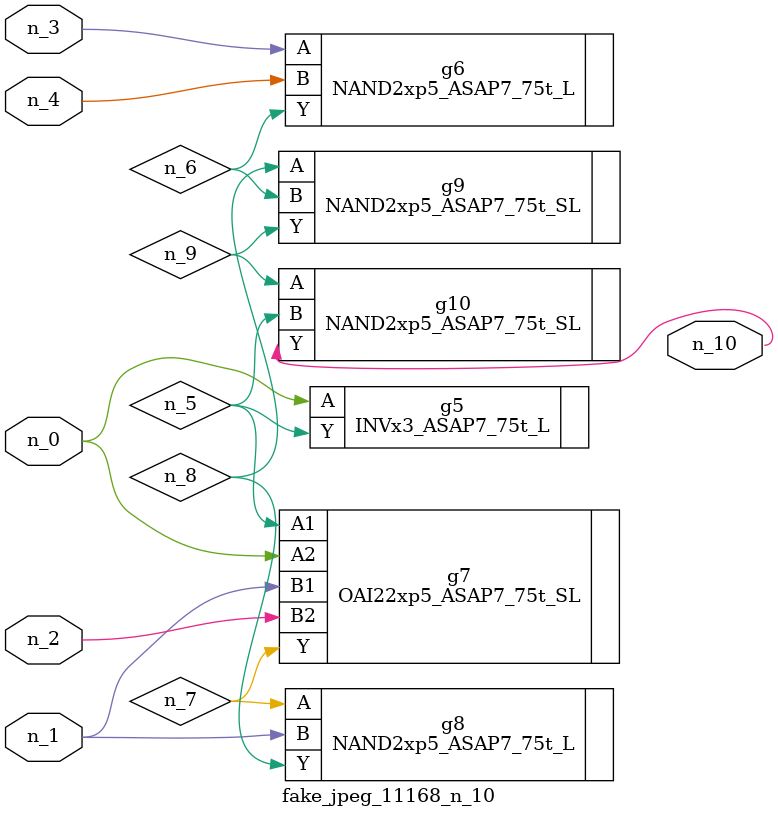
<source format=v>
module fake_jpeg_11168_n_10 (n_3, n_2, n_1, n_0, n_4, n_10);

input n_3;
input n_2;
input n_1;
input n_0;
input n_4;

output n_10;

wire n_8;
wire n_9;
wire n_6;
wire n_5;
wire n_7;

INVx3_ASAP7_75t_L g5 ( 
.A(n_0),
.Y(n_5)
);

NAND2xp5_ASAP7_75t_L g6 ( 
.A(n_3),
.B(n_4),
.Y(n_6)
);

OAI22xp5_ASAP7_75t_SL g7 ( 
.A1(n_5),
.A2(n_0),
.B1(n_1),
.B2(n_2),
.Y(n_7)
);

NAND2xp5_ASAP7_75t_L g8 ( 
.A(n_7),
.B(n_1),
.Y(n_8)
);

NAND2xp5_ASAP7_75t_SL g9 ( 
.A(n_8),
.B(n_6),
.Y(n_9)
);

NAND2xp5_ASAP7_75t_SL g10 ( 
.A(n_9),
.B(n_5),
.Y(n_10)
);


endmodule
</source>
